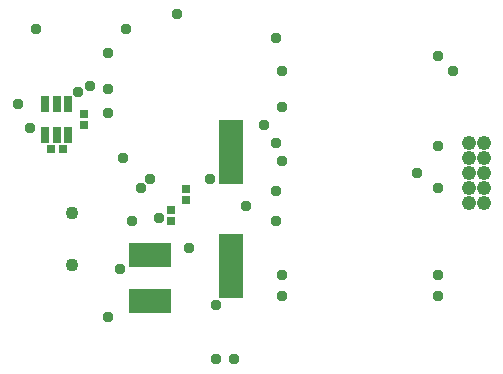
<source format=gbs>
G75*
%MOIN*%
%OFA0B0*%
%FSLAX25Y25*%
%IPPOS*%
%LPD*%
%AMOC8*
5,1,8,0,0,1.08239X$1,22.5*
%
%ADD10R,0.03162X0.03162*%
%ADD11C,0.04343*%
%ADD12R,0.14186X0.08280*%
%ADD13R,0.08400X0.21800*%
%ADD14R,0.02965X0.05524*%
%ADD15C,0.04769*%
%ADD16C,0.03778*%
D10*
X0085772Y0060531D03*
X0085772Y0064469D03*
X0090772Y0067531D03*
X0090772Y0071469D03*
X0056772Y0092531D03*
X0056772Y0096469D03*
X0049741Y0084500D03*
X0045804Y0084500D03*
D11*
X0052772Y0063161D03*
X0052772Y0045839D03*
D12*
X0078772Y0049177D03*
X0078772Y0033823D03*
D13*
X0105772Y0045500D03*
X0105772Y0083500D03*
D14*
X0051512Y0089382D03*
X0047772Y0089382D03*
X0044032Y0089382D03*
X0044032Y0099618D03*
X0047772Y0099618D03*
X0051512Y0099618D03*
D15*
X0185233Y0086598D03*
X0190233Y0086598D03*
X0190233Y0081598D03*
X0185233Y0081598D03*
X0185233Y0076598D03*
X0190233Y0076598D03*
X0190233Y0071598D03*
X0185233Y0071598D03*
X0185233Y0066598D03*
X0190233Y0066598D03*
D16*
X0064772Y0028500D03*
X0068772Y0044500D03*
X0072772Y0060500D03*
X0081772Y0061500D03*
X0075772Y0071500D03*
X0078772Y0074500D03*
X0069772Y0081500D03*
X0064772Y0096500D03*
X0054772Y0103500D03*
X0058772Y0105500D03*
X0064772Y0104500D03*
X0064772Y0116500D03*
X0070772Y0124500D03*
X0087772Y0129500D03*
X0120772Y0121500D03*
X0122772Y0110500D03*
X0122772Y0098500D03*
X0116772Y0092500D03*
X0120772Y0086500D03*
X0122772Y0080500D03*
X0120772Y0070500D03*
X0110772Y0065500D03*
X0120772Y0060500D03*
X0098772Y0074531D03*
X0091772Y0051500D03*
X0100772Y0032500D03*
X0122772Y0035500D03*
X0122772Y0042500D03*
X0106772Y0014500D03*
X0100772Y0014500D03*
X0174772Y0035500D03*
X0174772Y0042500D03*
X0174772Y0071500D03*
X0167772Y0076500D03*
X0174772Y0085500D03*
X0179772Y0110500D03*
X0174772Y0115500D03*
X0040772Y0124500D03*
X0034772Y0099500D03*
X0038772Y0091500D03*
M02*

</source>
